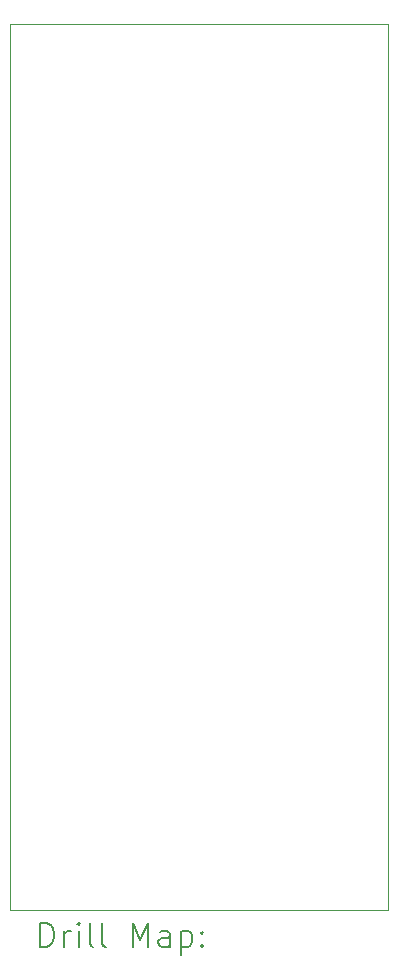
<source format=gbr>
%TF.GenerationSoftware,KiCad,Pcbnew,8.0.5*%
%TF.CreationDate,2024-12-03T23:35:57+01:00*%
%TF.ProjectId,DMH_Multiverter_PCB,444d485f-4d75-46c7-9469-766572746572,1*%
%TF.SameCoordinates,Original*%
%TF.FileFunction,Drillmap*%
%TF.FilePolarity,Positive*%
%FSLAX45Y45*%
G04 Gerber Fmt 4.5, Leading zero omitted, Abs format (unit mm)*
G04 Created by KiCad (PCBNEW 8.0.5) date 2024-12-03 23:35:57*
%MOMM*%
%LPD*%
G01*
G04 APERTURE LIST*
%ADD10C,0.050000*%
%ADD11C,0.200000*%
G04 APERTURE END LIST*
D10*
X6700000Y-4250000D02*
X9900000Y-4250000D01*
X9900000Y-11750000D01*
X6700000Y-11750000D01*
X6700000Y-4250000D01*
D11*
X6958277Y-12063984D02*
X6958277Y-11863984D01*
X6958277Y-11863984D02*
X7005896Y-11863984D01*
X7005896Y-11863984D02*
X7034467Y-11873508D01*
X7034467Y-11873508D02*
X7053515Y-11892555D01*
X7053515Y-11892555D02*
X7063039Y-11911603D01*
X7063039Y-11911603D02*
X7072562Y-11949698D01*
X7072562Y-11949698D02*
X7072562Y-11978269D01*
X7072562Y-11978269D02*
X7063039Y-12016365D01*
X7063039Y-12016365D02*
X7053515Y-12035412D01*
X7053515Y-12035412D02*
X7034467Y-12054460D01*
X7034467Y-12054460D02*
X7005896Y-12063984D01*
X7005896Y-12063984D02*
X6958277Y-12063984D01*
X7158277Y-12063984D02*
X7158277Y-11930650D01*
X7158277Y-11968746D02*
X7167801Y-11949698D01*
X7167801Y-11949698D02*
X7177324Y-11940174D01*
X7177324Y-11940174D02*
X7196372Y-11930650D01*
X7196372Y-11930650D02*
X7215420Y-11930650D01*
X7282086Y-12063984D02*
X7282086Y-11930650D01*
X7282086Y-11863984D02*
X7272562Y-11873508D01*
X7272562Y-11873508D02*
X7282086Y-11883031D01*
X7282086Y-11883031D02*
X7291610Y-11873508D01*
X7291610Y-11873508D02*
X7282086Y-11863984D01*
X7282086Y-11863984D02*
X7282086Y-11883031D01*
X7405896Y-12063984D02*
X7386848Y-12054460D01*
X7386848Y-12054460D02*
X7377324Y-12035412D01*
X7377324Y-12035412D02*
X7377324Y-11863984D01*
X7510658Y-12063984D02*
X7491610Y-12054460D01*
X7491610Y-12054460D02*
X7482086Y-12035412D01*
X7482086Y-12035412D02*
X7482086Y-11863984D01*
X7739229Y-12063984D02*
X7739229Y-11863984D01*
X7739229Y-11863984D02*
X7805896Y-12006841D01*
X7805896Y-12006841D02*
X7872562Y-11863984D01*
X7872562Y-11863984D02*
X7872562Y-12063984D01*
X8053515Y-12063984D02*
X8053515Y-11959222D01*
X8053515Y-11959222D02*
X8043991Y-11940174D01*
X8043991Y-11940174D02*
X8024943Y-11930650D01*
X8024943Y-11930650D02*
X7986848Y-11930650D01*
X7986848Y-11930650D02*
X7967801Y-11940174D01*
X8053515Y-12054460D02*
X8034467Y-12063984D01*
X8034467Y-12063984D02*
X7986848Y-12063984D01*
X7986848Y-12063984D02*
X7967801Y-12054460D01*
X7967801Y-12054460D02*
X7958277Y-12035412D01*
X7958277Y-12035412D02*
X7958277Y-12016365D01*
X7958277Y-12016365D02*
X7967801Y-11997317D01*
X7967801Y-11997317D02*
X7986848Y-11987793D01*
X7986848Y-11987793D02*
X8034467Y-11987793D01*
X8034467Y-11987793D02*
X8053515Y-11978269D01*
X8148753Y-11930650D02*
X8148753Y-12130650D01*
X8148753Y-11940174D02*
X8167801Y-11930650D01*
X8167801Y-11930650D02*
X8205896Y-11930650D01*
X8205896Y-11930650D02*
X8224943Y-11940174D01*
X8224943Y-11940174D02*
X8234467Y-11949698D01*
X8234467Y-11949698D02*
X8243991Y-11968746D01*
X8243991Y-11968746D02*
X8243991Y-12025888D01*
X8243991Y-12025888D02*
X8234467Y-12044936D01*
X8234467Y-12044936D02*
X8224943Y-12054460D01*
X8224943Y-12054460D02*
X8205896Y-12063984D01*
X8205896Y-12063984D02*
X8167801Y-12063984D01*
X8167801Y-12063984D02*
X8148753Y-12054460D01*
X8329705Y-12044936D02*
X8339229Y-12054460D01*
X8339229Y-12054460D02*
X8329705Y-12063984D01*
X8329705Y-12063984D02*
X8320182Y-12054460D01*
X8320182Y-12054460D02*
X8329705Y-12044936D01*
X8329705Y-12044936D02*
X8329705Y-12063984D01*
X8329705Y-11940174D02*
X8339229Y-11949698D01*
X8339229Y-11949698D02*
X8329705Y-11959222D01*
X8329705Y-11959222D02*
X8320182Y-11949698D01*
X8320182Y-11949698D02*
X8329705Y-11940174D01*
X8329705Y-11940174D02*
X8329705Y-11959222D01*
M02*

</source>
